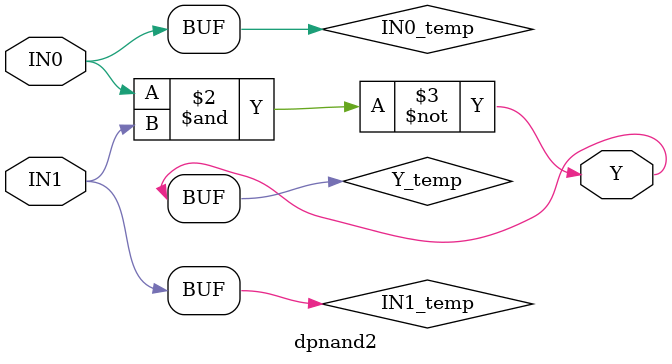
<source format=v>
module dpnand2(IN0,IN1,Y);
  parameter BIT = 0;
  parameter COLINST = "0";
  parameter GROUP = "dpath1";
  parameter
        d_IN0_r = 0,
        d_IN0_f = 0,
        d_IN1_r = 0,
        d_IN1_f = 0,
        d_Y_r = 1,
        d_Y_f = 1;
  input  IN0;
  input  IN1;
  output  Y;
  wire  IN0_temp;
  wire  IN1_temp;
  reg  Y_temp;
  assign #(d_IN0_r,d_IN0_f) IN0_temp = IN0;
  assign #(d_IN1_r,d_IN1_f) IN1_temp = IN1;
  assign #(d_Y_r,d_Y_f) Y = Y_temp;
  always
    @(IN0_temp or IN1_temp)
      Y_temp = ( ~ (IN0_temp & IN1_temp));
endmodule

</source>
